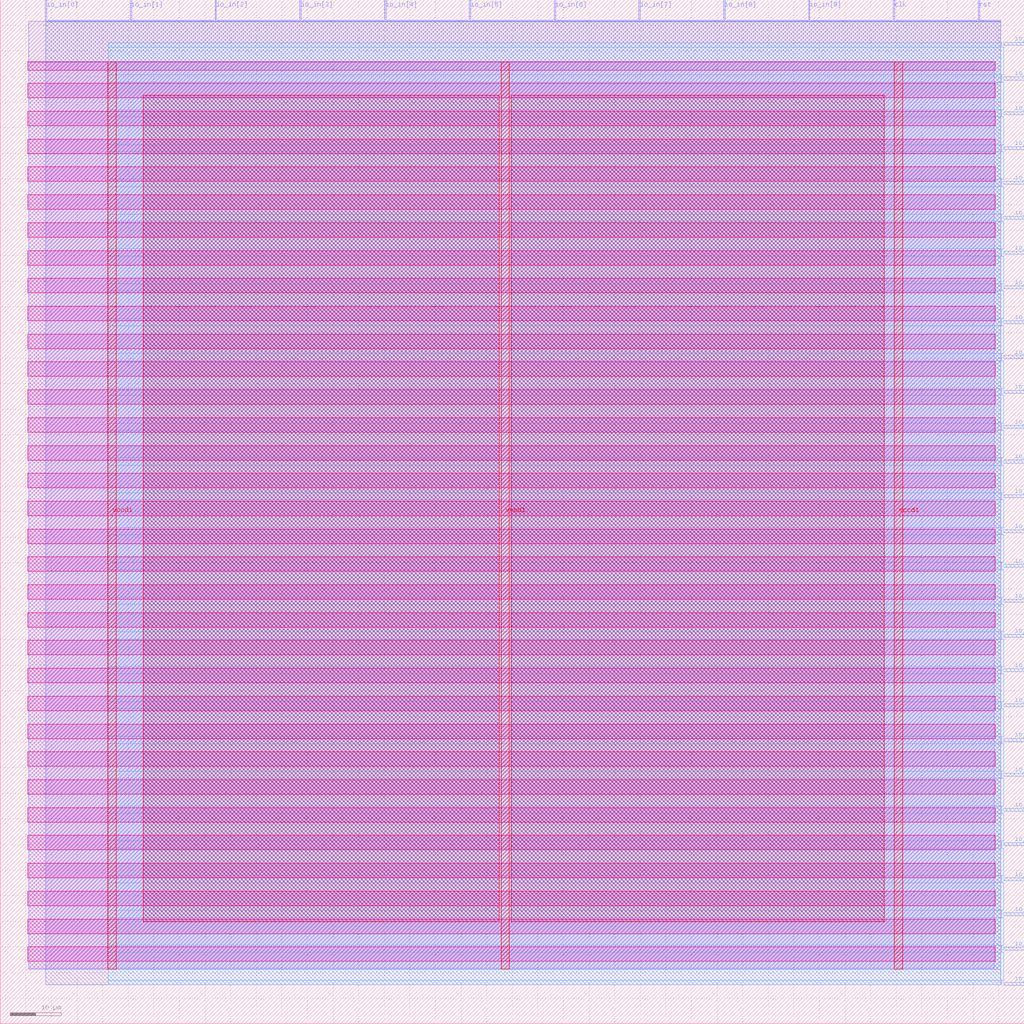
<source format=lef>
VERSION 5.7 ;
  NOWIREEXTENSIONATPIN ON ;
  DIVIDERCHAR "/" ;
  BUSBITCHARS "[]" ;
MACRO wrapped_6502
  CLASS BLOCK ;
  FOREIGN wrapped_6502 ;
  ORIGIN 0.000 0.000 ;
  SIZE 200.000 BY 200.000 ;
  PIN clk
    DIRECTION INPUT ;
    USE SIGNAL ;
    PORT
      LAYER met2 ;
        RECT 174.430 196.000 174.710 200.000 ;
    END
  END clk
  PIN io_in[0]
    DIRECTION INPUT ;
    USE SIGNAL ;
    PORT
      LAYER met2 ;
        RECT 8.830 196.000 9.110 200.000 ;
    END
  END io_in[0]
  PIN io_in[1]
    DIRECTION INPUT ;
    USE SIGNAL ;
    PORT
      LAYER met2 ;
        RECT 25.390 196.000 25.670 200.000 ;
    END
  END io_in[1]
  PIN io_in[2]
    DIRECTION INPUT ;
    USE SIGNAL ;
    PORT
      LAYER met2 ;
        RECT 41.950 196.000 42.230 200.000 ;
    END
  END io_in[2]
  PIN io_in[3]
    DIRECTION INPUT ;
    USE SIGNAL ;
    PORT
      LAYER met2 ;
        RECT 58.510 196.000 58.790 200.000 ;
    END
  END io_in[3]
  PIN io_in[4]
    DIRECTION INPUT ;
    USE SIGNAL ;
    PORT
      LAYER met2 ;
        RECT 75.070 196.000 75.350 200.000 ;
    END
  END io_in[4]
  PIN io_in[5]
    DIRECTION INPUT ;
    USE SIGNAL ;
    PORT
      LAYER met2 ;
        RECT 91.630 196.000 91.910 200.000 ;
    END
  END io_in[5]
  PIN io_in[6]
    DIRECTION INPUT ;
    USE SIGNAL ;
    PORT
      LAYER met2 ;
        RECT 108.190 196.000 108.470 200.000 ;
    END
  END io_in[6]
  PIN io_in[7]
    DIRECTION INPUT ;
    USE SIGNAL ;
    PORT
      LAYER met2 ;
        RECT 124.750 196.000 125.030 200.000 ;
    END
  END io_in[7]
  PIN io_in[8]
    DIRECTION INPUT ;
    USE SIGNAL ;
    PORT
      LAYER met2 ;
        RECT 141.310 196.000 141.590 200.000 ;
    END
  END io_in[8]
  PIN io_in[9]
    DIRECTION INPUT ;
    USE SIGNAL ;
    PORT
      LAYER met2 ;
        RECT 157.870 196.000 158.150 200.000 ;
    END
  END io_in[9]
  PIN io_oeb
    DIRECTION OUTPUT TRISTATE ;
    USE SIGNAL ;
    PORT
      LAYER met3 ;
        RECT 196.000 191.120 200.000 191.720 ;
    END
  END io_oeb
  PIN io_out[0]
    DIRECTION OUTPUT TRISTATE ;
    USE SIGNAL ;
    PORT
      LAYER met3 ;
        RECT 196.000 7.520 200.000 8.120 ;
    END
  END io_out[0]
  PIN io_out[10]
    DIRECTION OUTPUT TRISTATE ;
    USE SIGNAL ;
    PORT
      LAYER met3 ;
        RECT 196.000 75.520 200.000 76.120 ;
    END
  END io_out[10]
  PIN io_out[11]
    DIRECTION OUTPUT TRISTATE ;
    USE SIGNAL ;
    PORT
      LAYER met3 ;
        RECT 196.000 82.320 200.000 82.920 ;
    END
  END io_out[11]
  PIN io_out[12]
    DIRECTION OUTPUT TRISTATE ;
    USE SIGNAL ;
    PORT
      LAYER met3 ;
        RECT 196.000 89.120 200.000 89.720 ;
    END
  END io_out[12]
  PIN io_out[13]
    DIRECTION OUTPUT TRISTATE ;
    USE SIGNAL ;
    PORT
      LAYER met3 ;
        RECT 196.000 95.920 200.000 96.520 ;
    END
  END io_out[13]
  PIN io_out[14]
    DIRECTION OUTPUT TRISTATE ;
    USE SIGNAL ;
    PORT
      LAYER met3 ;
        RECT 196.000 102.720 200.000 103.320 ;
    END
  END io_out[14]
  PIN io_out[15]
    DIRECTION OUTPUT TRISTATE ;
    USE SIGNAL ;
    PORT
      LAYER met3 ;
        RECT 196.000 109.520 200.000 110.120 ;
    END
  END io_out[15]
  PIN io_out[16]
    DIRECTION OUTPUT TRISTATE ;
    USE SIGNAL ;
    PORT
      LAYER met3 ;
        RECT 196.000 116.320 200.000 116.920 ;
    END
  END io_out[16]
  PIN io_out[17]
    DIRECTION OUTPUT TRISTATE ;
    USE SIGNAL ;
    PORT
      LAYER met3 ;
        RECT 196.000 123.120 200.000 123.720 ;
    END
  END io_out[17]
  PIN io_out[18]
    DIRECTION OUTPUT TRISTATE ;
    USE SIGNAL ;
    PORT
      LAYER met3 ;
        RECT 196.000 129.920 200.000 130.520 ;
    END
  END io_out[18]
  PIN io_out[19]
    DIRECTION OUTPUT TRISTATE ;
    USE SIGNAL ;
    PORT
      LAYER met3 ;
        RECT 196.000 136.720 200.000 137.320 ;
    END
  END io_out[19]
  PIN io_out[1]
    DIRECTION OUTPUT TRISTATE ;
    USE SIGNAL ;
    PORT
      LAYER met3 ;
        RECT 196.000 14.320 200.000 14.920 ;
    END
  END io_out[1]
  PIN io_out[20]
    DIRECTION OUTPUT TRISTATE ;
    USE SIGNAL ;
    PORT
      LAYER met3 ;
        RECT 196.000 143.520 200.000 144.120 ;
    END
  END io_out[20]
  PIN io_out[21]
    DIRECTION OUTPUT TRISTATE ;
    USE SIGNAL ;
    PORT
      LAYER met3 ;
        RECT 196.000 150.320 200.000 150.920 ;
    END
  END io_out[21]
  PIN io_out[22]
    DIRECTION OUTPUT TRISTATE ;
    USE SIGNAL ;
    PORT
      LAYER met3 ;
        RECT 196.000 157.120 200.000 157.720 ;
    END
  END io_out[22]
  PIN io_out[23]
    DIRECTION OUTPUT TRISTATE ;
    USE SIGNAL ;
    PORT
      LAYER met3 ;
        RECT 196.000 163.920 200.000 164.520 ;
    END
  END io_out[23]
  PIN io_out[24]
    DIRECTION OUTPUT TRISTATE ;
    USE SIGNAL ;
    PORT
      LAYER met3 ;
        RECT 196.000 170.720 200.000 171.320 ;
    END
  END io_out[24]
  PIN io_out[25]
    DIRECTION OUTPUT TRISTATE ;
    USE SIGNAL ;
    PORT
      LAYER met3 ;
        RECT 196.000 177.520 200.000 178.120 ;
    END
  END io_out[25]
  PIN io_out[26]
    DIRECTION OUTPUT TRISTATE ;
    USE SIGNAL ;
    PORT
      LAYER met3 ;
        RECT 196.000 184.320 200.000 184.920 ;
    END
  END io_out[26]
  PIN io_out[2]
    DIRECTION OUTPUT TRISTATE ;
    USE SIGNAL ;
    PORT
      LAYER met3 ;
        RECT 196.000 21.120 200.000 21.720 ;
    END
  END io_out[2]
  PIN io_out[3]
    DIRECTION OUTPUT TRISTATE ;
    USE SIGNAL ;
    PORT
      LAYER met3 ;
        RECT 196.000 27.920 200.000 28.520 ;
    END
  END io_out[3]
  PIN io_out[4]
    DIRECTION OUTPUT TRISTATE ;
    USE SIGNAL ;
    PORT
      LAYER met3 ;
        RECT 196.000 34.720 200.000 35.320 ;
    END
  END io_out[4]
  PIN io_out[5]
    DIRECTION OUTPUT TRISTATE ;
    USE SIGNAL ;
    PORT
      LAYER met3 ;
        RECT 196.000 41.520 200.000 42.120 ;
    END
  END io_out[5]
  PIN io_out[6]
    DIRECTION OUTPUT TRISTATE ;
    USE SIGNAL ;
    PORT
      LAYER met3 ;
        RECT 196.000 48.320 200.000 48.920 ;
    END
  END io_out[6]
  PIN io_out[7]
    DIRECTION OUTPUT TRISTATE ;
    USE SIGNAL ;
    PORT
      LAYER met3 ;
        RECT 196.000 55.120 200.000 55.720 ;
    END
  END io_out[7]
  PIN io_out[8]
    DIRECTION OUTPUT TRISTATE ;
    USE SIGNAL ;
    PORT
      LAYER met3 ;
        RECT 196.000 61.920 200.000 62.520 ;
    END
  END io_out[8]
  PIN io_out[9]
    DIRECTION OUTPUT TRISTATE ;
    USE SIGNAL ;
    PORT
      LAYER met3 ;
        RECT 196.000 68.720 200.000 69.320 ;
    END
  END io_out[9]
  PIN rst
    DIRECTION INPUT ;
    USE SIGNAL ;
    PORT
      LAYER met2 ;
        RECT 190.990 196.000 191.270 200.000 ;
    END
  END rst
  PIN vccd1
    DIRECTION INOUT ;
    USE POWER ;
    PORT
      LAYER met4 ;
        RECT 21.040 10.640 22.640 187.920 ;
    END
    PORT
      LAYER met4 ;
        RECT 174.640 10.640 176.240 187.920 ;
    END
  END vccd1
  PIN vssd1
    DIRECTION INOUT ;
    USE GROUND ;
    PORT
      LAYER met4 ;
        RECT 97.840 10.640 99.440 187.920 ;
    END
  END vssd1
  OBS
      LAYER nwell ;
        RECT 5.330 186.265 194.310 187.870 ;
        RECT 5.330 180.825 194.310 183.655 ;
        RECT 5.330 175.385 194.310 178.215 ;
        RECT 5.330 169.945 194.310 172.775 ;
        RECT 5.330 164.505 194.310 167.335 ;
        RECT 5.330 159.065 194.310 161.895 ;
        RECT 5.330 153.625 194.310 156.455 ;
        RECT 5.330 148.185 194.310 151.015 ;
        RECT 5.330 142.745 194.310 145.575 ;
        RECT 5.330 137.305 194.310 140.135 ;
        RECT 5.330 131.865 194.310 134.695 ;
        RECT 5.330 126.425 194.310 129.255 ;
        RECT 5.330 120.985 194.310 123.815 ;
        RECT 5.330 115.545 194.310 118.375 ;
        RECT 5.330 110.105 194.310 112.935 ;
        RECT 5.330 104.665 194.310 107.495 ;
        RECT 5.330 99.225 194.310 102.055 ;
        RECT 5.330 93.785 194.310 96.615 ;
        RECT 5.330 88.345 194.310 91.175 ;
        RECT 5.330 82.905 194.310 85.735 ;
        RECT 5.330 77.465 194.310 80.295 ;
        RECT 5.330 72.025 194.310 74.855 ;
        RECT 5.330 66.585 194.310 69.415 ;
        RECT 5.330 61.145 194.310 63.975 ;
        RECT 5.330 55.705 194.310 58.535 ;
        RECT 5.330 50.265 194.310 53.095 ;
        RECT 5.330 44.825 194.310 47.655 ;
        RECT 5.330 39.385 194.310 42.215 ;
        RECT 5.330 33.945 194.310 36.775 ;
        RECT 5.330 28.505 194.310 31.335 ;
        RECT 5.330 23.065 194.310 25.895 ;
        RECT 5.330 17.625 194.310 20.455 ;
        RECT 5.330 12.185 194.310 15.015 ;
      LAYER li1 ;
        RECT 5.520 10.795 194.120 187.765 ;
      LAYER met1 ;
        RECT 5.520 10.640 195.430 195.800 ;
      LAYER met2 ;
        RECT 9.390 195.720 25.110 196.000 ;
        RECT 25.950 195.720 41.670 196.000 ;
        RECT 42.510 195.720 58.230 196.000 ;
        RECT 59.070 195.720 74.790 196.000 ;
        RECT 75.630 195.720 91.350 196.000 ;
        RECT 92.190 195.720 107.910 196.000 ;
        RECT 108.750 195.720 124.470 196.000 ;
        RECT 125.310 195.720 141.030 196.000 ;
        RECT 141.870 195.720 157.590 196.000 ;
        RECT 158.430 195.720 174.150 196.000 ;
        RECT 174.990 195.720 190.710 196.000 ;
        RECT 191.550 195.720 195.410 196.000 ;
        RECT 8.840 7.635 195.410 195.720 ;
      LAYER met3 ;
        RECT 21.050 190.720 195.600 191.585 ;
        RECT 21.050 185.320 196.000 190.720 ;
        RECT 21.050 183.920 195.600 185.320 ;
        RECT 21.050 178.520 196.000 183.920 ;
        RECT 21.050 177.120 195.600 178.520 ;
        RECT 21.050 171.720 196.000 177.120 ;
        RECT 21.050 170.320 195.600 171.720 ;
        RECT 21.050 164.920 196.000 170.320 ;
        RECT 21.050 163.520 195.600 164.920 ;
        RECT 21.050 158.120 196.000 163.520 ;
        RECT 21.050 156.720 195.600 158.120 ;
        RECT 21.050 151.320 196.000 156.720 ;
        RECT 21.050 149.920 195.600 151.320 ;
        RECT 21.050 144.520 196.000 149.920 ;
        RECT 21.050 143.120 195.600 144.520 ;
        RECT 21.050 137.720 196.000 143.120 ;
        RECT 21.050 136.320 195.600 137.720 ;
        RECT 21.050 130.920 196.000 136.320 ;
        RECT 21.050 129.520 195.600 130.920 ;
        RECT 21.050 124.120 196.000 129.520 ;
        RECT 21.050 122.720 195.600 124.120 ;
        RECT 21.050 117.320 196.000 122.720 ;
        RECT 21.050 115.920 195.600 117.320 ;
        RECT 21.050 110.520 196.000 115.920 ;
        RECT 21.050 109.120 195.600 110.520 ;
        RECT 21.050 103.720 196.000 109.120 ;
        RECT 21.050 102.320 195.600 103.720 ;
        RECT 21.050 96.920 196.000 102.320 ;
        RECT 21.050 95.520 195.600 96.920 ;
        RECT 21.050 90.120 196.000 95.520 ;
        RECT 21.050 88.720 195.600 90.120 ;
        RECT 21.050 83.320 196.000 88.720 ;
        RECT 21.050 81.920 195.600 83.320 ;
        RECT 21.050 76.520 196.000 81.920 ;
        RECT 21.050 75.120 195.600 76.520 ;
        RECT 21.050 69.720 196.000 75.120 ;
        RECT 21.050 68.320 195.600 69.720 ;
        RECT 21.050 62.920 196.000 68.320 ;
        RECT 21.050 61.520 195.600 62.920 ;
        RECT 21.050 56.120 196.000 61.520 ;
        RECT 21.050 54.720 195.600 56.120 ;
        RECT 21.050 49.320 196.000 54.720 ;
        RECT 21.050 47.920 195.600 49.320 ;
        RECT 21.050 42.520 196.000 47.920 ;
        RECT 21.050 41.120 195.600 42.520 ;
        RECT 21.050 35.720 196.000 41.120 ;
        RECT 21.050 34.320 195.600 35.720 ;
        RECT 21.050 28.920 196.000 34.320 ;
        RECT 21.050 27.520 195.600 28.920 ;
        RECT 21.050 22.120 196.000 27.520 ;
        RECT 21.050 20.720 195.600 22.120 ;
        RECT 21.050 15.320 196.000 20.720 ;
        RECT 21.050 13.920 195.600 15.320 ;
        RECT 21.050 8.520 196.000 13.920 ;
        RECT 21.050 7.655 195.600 8.520 ;
      LAYER met4 ;
        RECT 27.895 19.895 97.440 181.385 ;
        RECT 99.840 19.895 172.665 181.385 ;
  END
END wrapped_6502
END LIBRARY


</source>
